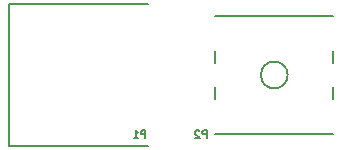
<source format=gbo>
G04 #@! TF.FileFunction,Legend,Bot*
%FSLAX46Y46*%
G04 Gerber Fmt 4.6, Leading zero omitted, Abs format (unit mm)*
G04 Created by KiCad (PCBNEW 0.201411101246+5259~19~ubuntu14.04.1-product) date mar 18 nov 2014 21:31:49 CET*
%MOMM*%
G01*
G04 APERTURE LIST*
%ADD10C,0.020000*%
%ADD11C,0.150000*%
%ADD12C,0.130000*%
G04 APERTURE END LIST*
D10*
D11*
X136017000Y-187864000D02*
X147767000Y-187864000D01*
X147767000Y-175864000D02*
X136017000Y-175864000D01*
X136017000Y-175864000D02*
X136017000Y-187864000D01*
X153470600Y-183889400D02*
X153470600Y-182889400D01*
X153470600Y-180889400D02*
X153470600Y-179889400D01*
X163470600Y-180889400D02*
X163470600Y-179889400D01*
X163470600Y-183889400D02*
X163470600Y-182889400D01*
X153470600Y-176889400D02*
X163470600Y-176889400D01*
X163470600Y-186889400D02*
X153470600Y-186889400D01*
X159601971Y-181889400D02*
G75*
G03X159601971Y-181889400I-1131371J0D01*
G01*
D12*
X147545762Y-187238048D02*
X147545762Y-186588048D01*
X147298143Y-186588048D01*
X147236238Y-186619000D01*
X147205286Y-186649952D01*
X147174334Y-186711857D01*
X147174334Y-186804714D01*
X147205286Y-186866619D01*
X147236238Y-186897571D01*
X147298143Y-186928524D01*
X147545762Y-186928524D01*
X146555286Y-187238048D02*
X146926714Y-187238048D01*
X146741000Y-187238048D02*
X146741000Y-186588048D01*
X146802905Y-186680905D01*
X146864810Y-186742810D01*
X146926714Y-186773762D01*
X152752762Y-187238048D02*
X152752762Y-186588048D01*
X152505143Y-186588048D01*
X152443238Y-186619000D01*
X152412286Y-186649952D01*
X152381334Y-186711857D01*
X152381334Y-186804714D01*
X152412286Y-186866619D01*
X152443238Y-186897571D01*
X152505143Y-186928524D01*
X152752762Y-186928524D01*
X152133714Y-186649952D02*
X152102762Y-186619000D01*
X152040857Y-186588048D01*
X151886095Y-186588048D01*
X151824191Y-186619000D01*
X151793238Y-186649952D01*
X151762286Y-186711857D01*
X151762286Y-186773762D01*
X151793238Y-186866619D01*
X152164667Y-187238048D01*
X151762286Y-187238048D01*
M02*

</source>
